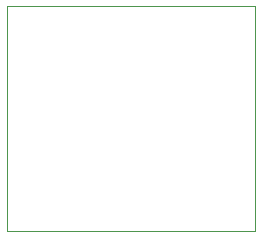
<source format=gm1>
G04 #@! TF.GenerationSoftware,KiCad,Pcbnew,(5.1.6)-1*
G04 #@! TF.CreationDate,2021-07-12T15:37:42+03:00*
G04 #@! TF.ProjectId,detector,64657465-6374-46f7-922e-6b696361645f,rev?*
G04 #@! TF.SameCoordinates,Original*
G04 #@! TF.FileFunction,Profile,NP*
%FSLAX46Y46*%
G04 Gerber Fmt 4.6, Leading zero omitted, Abs format (unit mm)*
G04 Created by KiCad (PCBNEW (5.1.6)-1) date 2021-07-12 15:37:42*
%MOMM*%
%LPD*%
G01*
G04 APERTURE LIST*
G04 #@! TA.AperFunction,Profile*
%ADD10C,0.100000*%
G04 #@! TD*
G04 APERTURE END LIST*
D10*
X40500000Y-40000000D02*
X19500000Y-40000000D01*
X19500000Y-40000000D02*
X19500000Y-21000000D01*
X19500000Y-21000000D02*
X40500000Y-21000000D01*
X40500000Y-21000000D02*
X40500000Y-40000000D01*
M02*

</source>
